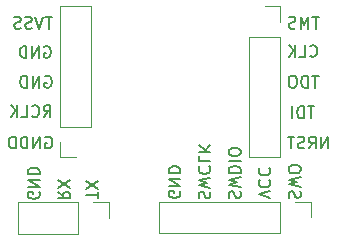
<source format=gbr>
%TF.GenerationSoftware,KiCad,Pcbnew,7.0.8-7.0.8~ubuntu22.04.1*%
%TF.CreationDate,2023-10-13T21:40:15+02:00*%
%TF.ProjectId,st_adap,73745f61-6461-4702-9e6b-696361645f70,rev?*%
%TF.SameCoordinates,Original*%
%TF.FileFunction,Legend,Bot*%
%TF.FilePolarity,Positive*%
%FSLAX46Y46*%
G04 Gerber Fmt 4.6, Leading zero omitted, Abs format (unit mm)*
G04 Created by KiCad (PCBNEW 7.0.8-7.0.8~ubuntu22.04.1) date 2023-10-13 21:40:15*
%MOMM*%
%LPD*%
G01*
G04 APERTURE LIST*
%ADD10C,0.153000*%
%ADD11C,0.120000*%
G04 APERTURE END LIST*
D10*
X213002956Y-112933866D02*
X212955336Y-112791009D01*
X212955336Y-112791009D02*
X212955336Y-112552914D01*
X212955336Y-112552914D02*
X213002956Y-112457676D01*
X213002956Y-112457676D02*
X213050575Y-112410057D01*
X213050575Y-112410057D02*
X213145813Y-112362438D01*
X213145813Y-112362438D02*
X213241051Y-112362438D01*
X213241051Y-112362438D02*
X213336289Y-112410057D01*
X213336289Y-112410057D02*
X213383908Y-112457676D01*
X213383908Y-112457676D02*
X213431527Y-112552914D01*
X213431527Y-112552914D02*
X213479146Y-112743390D01*
X213479146Y-112743390D02*
X213526765Y-112838628D01*
X213526765Y-112838628D02*
X213574384Y-112886247D01*
X213574384Y-112886247D02*
X213669622Y-112933866D01*
X213669622Y-112933866D02*
X213764860Y-112933866D01*
X213764860Y-112933866D02*
X213860098Y-112886247D01*
X213860098Y-112886247D02*
X213907717Y-112838628D01*
X213907717Y-112838628D02*
X213955336Y-112743390D01*
X213955336Y-112743390D02*
X213955336Y-112505295D01*
X213955336Y-112505295D02*
X213907717Y-112362438D01*
X213955336Y-112029104D02*
X212955336Y-111791009D01*
X212955336Y-111791009D02*
X213669622Y-111600533D01*
X213669622Y-111600533D02*
X212955336Y-111410057D01*
X212955336Y-111410057D02*
X213955336Y-111171962D01*
X212955336Y-110791009D02*
X213955336Y-110791009D01*
X213955336Y-110791009D02*
X213955336Y-110552914D01*
X213955336Y-110552914D02*
X213907717Y-110410057D01*
X213907717Y-110410057D02*
X213812479Y-110314819D01*
X213812479Y-110314819D02*
X213717241Y-110267200D01*
X213717241Y-110267200D02*
X213526765Y-110219581D01*
X213526765Y-110219581D02*
X213383908Y-110219581D01*
X213383908Y-110219581D02*
X213193432Y-110267200D01*
X213193432Y-110267200D02*
X213098194Y-110314819D01*
X213098194Y-110314819D02*
X213002956Y-110410057D01*
X213002956Y-110410057D02*
X212955336Y-110552914D01*
X212955336Y-110552914D02*
X212955336Y-110791009D01*
X212955336Y-109791009D02*
X213955336Y-109791009D01*
X213955336Y-109124343D02*
X213955336Y-108933867D01*
X213955336Y-108933867D02*
X213907717Y-108838629D01*
X213907717Y-108838629D02*
X213812479Y-108743391D01*
X213812479Y-108743391D02*
X213622003Y-108695772D01*
X213622003Y-108695772D02*
X213288670Y-108695772D01*
X213288670Y-108695772D02*
X213098194Y-108743391D01*
X213098194Y-108743391D02*
X213002956Y-108838629D01*
X213002956Y-108838629D02*
X212955336Y-108933867D01*
X212955336Y-108933867D02*
X212955336Y-109124343D01*
X212955336Y-109124343D02*
X213002956Y-109219581D01*
X213002956Y-109219581D02*
X213098194Y-109314819D01*
X213098194Y-109314819D02*
X213288670Y-109362438D01*
X213288670Y-109362438D02*
X213622003Y-109362438D01*
X213622003Y-109362438D02*
X213812479Y-109314819D01*
X213812479Y-109314819D02*
X213907717Y-109219581D01*
X213907717Y-109219581D02*
X213955336Y-109124343D01*
X197437438Y-107767282D02*
X197532676Y-107719663D01*
X197532676Y-107719663D02*
X197675533Y-107719663D01*
X197675533Y-107719663D02*
X197818390Y-107767282D01*
X197818390Y-107767282D02*
X197913628Y-107862520D01*
X197913628Y-107862520D02*
X197961247Y-107957758D01*
X197961247Y-107957758D02*
X198008866Y-108148234D01*
X198008866Y-108148234D02*
X198008866Y-108291091D01*
X198008866Y-108291091D02*
X197961247Y-108481567D01*
X197961247Y-108481567D02*
X197913628Y-108576805D01*
X197913628Y-108576805D02*
X197818390Y-108672044D01*
X197818390Y-108672044D02*
X197675533Y-108719663D01*
X197675533Y-108719663D02*
X197580295Y-108719663D01*
X197580295Y-108719663D02*
X197437438Y-108672044D01*
X197437438Y-108672044D02*
X197389819Y-108624424D01*
X197389819Y-108624424D02*
X197389819Y-108291091D01*
X197389819Y-108291091D02*
X197580295Y-108291091D01*
X196961247Y-108719663D02*
X196961247Y-107719663D01*
X196961247Y-107719663D02*
X196389819Y-108719663D01*
X196389819Y-108719663D02*
X196389819Y-107719663D01*
X195913628Y-108719663D02*
X195913628Y-107719663D01*
X195913628Y-107719663D02*
X195675533Y-107719663D01*
X195675533Y-107719663D02*
X195532676Y-107767282D01*
X195532676Y-107767282D02*
X195437438Y-107862520D01*
X195437438Y-107862520D02*
X195389819Y-107957758D01*
X195389819Y-107957758D02*
X195342200Y-108148234D01*
X195342200Y-108148234D02*
X195342200Y-108291091D01*
X195342200Y-108291091D02*
X195389819Y-108481567D01*
X195389819Y-108481567D02*
X195437438Y-108576805D01*
X195437438Y-108576805D02*
X195532676Y-108672044D01*
X195532676Y-108672044D02*
X195675533Y-108719663D01*
X195675533Y-108719663D02*
X195913628Y-108719663D01*
X194913628Y-108719663D02*
X194913628Y-107719663D01*
X194913628Y-107719663D02*
X194675533Y-107719663D01*
X194675533Y-107719663D02*
X194532676Y-107767282D01*
X194532676Y-107767282D02*
X194437438Y-107862520D01*
X194437438Y-107862520D02*
X194389819Y-107957758D01*
X194389819Y-107957758D02*
X194342200Y-108148234D01*
X194342200Y-108148234D02*
X194342200Y-108291091D01*
X194342200Y-108291091D02*
X194389819Y-108481567D01*
X194389819Y-108481567D02*
X194437438Y-108576805D01*
X194437438Y-108576805D02*
X194532676Y-108672044D01*
X194532676Y-108672044D02*
X194675533Y-108719663D01*
X194675533Y-108719663D02*
X194913628Y-108719663D01*
X220204104Y-105169663D02*
X219632676Y-105169663D01*
X219918390Y-106169663D02*
X219918390Y-105169663D01*
X219299342Y-106169663D02*
X219299342Y-105169663D01*
X219299342Y-105169663D02*
X219061247Y-105169663D01*
X219061247Y-105169663D02*
X218918390Y-105217282D01*
X218918390Y-105217282D02*
X218823152Y-105312520D01*
X218823152Y-105312520D02*
X218775533Y-105407758D01*
X218775533Y-105407758D02*
X218727914Y-105598234D01*
X218727914Y-105598234D02*
X218727914Y-105741091D01*
X218727914Y-105741091D02*
X218775533Y-105931567D01*
X218775533Y-105931567D02*
X218823152Y-106026805D01*
X218823152Y-106026805D02*
X218918390Y-106122044D01*
X218918390Y-106122044D02*
X219061247Y-106169663D01*
X219061247Y-106169663D02*
X219299342Y-106169663D01*
X218299342Y-106169663D02*
X218299342Y-105169663D01*
X198480336Y-112389819D02*
X198956527Y-112723152D01*
X198480336Y-112961247D02*
X199480336Y-112961247D01*
X199480336Y-112961247D02*
X199480336Y-112580295D01*
X199480336Y-112580295D02*
X199432717Y-112485057D01*
X199432717Y-112485057D02*
X199385098Y-112437438D01*
X199385098Y-112437438D02*
X199289860Y-112389819D01*
X199289860Y-112389819D02*
X199147003Y-112389819D01*
X199147003Y-112389819D02*
X199051765Y-112437438D01*
X199051765Y-112437438D02*
X199004146Y-112485057D01*
X199004146Y-112485057D02*
X198956527Y-112580295D01*
X198956527Y-112580295D02*
X198956527Y-112961247D01*
X199480336Y-112056485D02*
X198480336Y-111389819D01*
X199480336Y-111389819D02*
X198480336Y-112056485D01*
X216480336Y-112954104D02*
X215480336Y-112620771D01*
X215480336Y-112620771D02*
X216480336Y-112287438D01*
X215575575Y-111382676D02*
X215527956Y-111430295D01*
X215527956Y-111430295D02*
X215480336Y-111573152D01*
X215480336Y-111573152D02*
X215480336Y-111668390D01*
X215480336Y-111668390D02*
X215527956Y-111811247D01*
X215527956Y-111811247D02*
X215623194Y-111906485D01*
X215623194Y-111906485D02*
X215718432Y-111954104D01*
X215718432Y-111954104D02*
X215908908Y-112001723D01*
X215908908Y-112001723D02*
X216051765Y-112001723D01*
X216051765Y-112001723D02*
X216242241Y-111954104D01*
X216242241Y-111954104D02*
X216337479Y-111906485D01*
X216337479Y-111906485D02*
X216432717Y-111811247D01*
X216432717Y-111811247D02*
X216480336Y-111668390D01*
X216480336Y-111668390D02*
X216480336Y-111573152D01*
X216480336Y-111573152D02*
X216432717Y-111430295D01*
X216432717Y-111430295D02*
X216385098Y-111382676D01*
X215575575Y-110382676D02*
X215527956Y-110430295D01*
X215527956Y-110430295D02*
X215480336Y-110573152D01*
X215480336Y-110573152D02*
X215480336Y-110668390D01*
X215480336Y-110668390D02*
X215527956Y-110811247D01*
X215527956Y-110811247D02*
X215623194Y-110906485D01*
X215623194Y-110906485D02*
X215718432Y-110954104D01*
X215718432Y-110954104D02*
X215908908Y-111001723D01*
X215908908Y-111001723D02*
X216051765Y-111001723D01*
X216051765Y-111001723D02*
X216242241Y-110954104D01*
X216242241Y-110954104D02*
X216337479Y-110906485D01*
X216337479Y-110906485D02*
X216432717Y-110811247D01*
X216432717Y-110811247D02*
X216480336Y-110668390D01*
X216480336Y-110668390D02*
X216480336Y-110573152D01*
X216480336Y-110573152D02*
X216432717Y-110430295D01*
X216432717Y-110430295D02*
X216385098Y-110382676D01*
X220604104Y-97569663D02*
X220032676Y-97569663D01*
X220318390Y-98569663D02*
X220318390Y-97569663D01*
X219699342Y-98569663D02*
X219699342Y-97569663D01*
X219699342Y-97569663D02*
X219366009Y-98283948D01*
X219366009Y-98283948D02*
X219032676Y-97569663D01*
X219032676Y-97569663D02*
X219032676Y-98569663D01*
X218604104Y-98522044D02*
X218461247Y-98569663D01*
X218461247Y-98569663D02*
X218223152Y-98569663D01*
X218223152Y-98569663D02*
X218127914Y-98522044D01*
X218127914Y-98522044D02*
X218080295Y-98474424D01*
X218080295Y-98474424D02*
X218032676Y-98379186D01*
X218032676Y-98379186D02*
X218032676Y-98283948D01*
X218032676Y-98283948D02*
X218080295Y-98188710D01*
X218080295Y-98188710D02*
X218127914Y-98141091D01*
X218127914Y-98141091D02*
X218223152Y-98093472D01*
X218223152Y-98093472D02*
X218413628Y-98045853D01*
X218413628Y-98045853D02*
X218508866Y-97998234D01*
X218508866Y-97998234D02*
X218556485Y-97950615D01*
X218556485Y-97950615D02*
X218604104Y-97855377D01*
X218604104Y-97855377D02*
X218604104Y-97760139D01*
X218604104Y-97760139D02*
X218556485Y-97664901D01*
X218556485Y-97664901D02*
X218508866Y-97617282D01*
X218508866Y-97617282D02*
X218413628Y-97569663D01*
X218413628Y-97569663D02*
X218175533Y-97569663D01*
X218175533Y-97569663D02*
X218032676Y-97617282D01*
X198004104Y-97569663D02*
X197432676Y-97569663D01*
X197718390Y-98569663D02*
X197718390Y-97569663D01*
X197242199Y-97569663D02*
X196908866Y-98569663D01*
X196908866Y-98569663D02*
X196575533Y-97569663D01*
X196289818Y-98522044D02*
X196146961Y-98569663D01*
X196146961Y-98569663D02*
X195908866Y-98569663D01*
X195908866Y-98569663D02*
X195813628Y-98522044D01*
X195813628Y-98522044D02*
X195766009Y-98474424D01*
X195766009Y-98474424D02*
X195718390Y-98379186D01*
X195718390Y-98379186D02*
X195718390Y-98283948D01*
X195718390Y-98283948D02*
X195766009Y-98188710D01*
X195766009Y-98188710D02*
X195813628Y-98141091D01*
X195813628Y-98141091D02*
X195908866Y-98093472D01*
X195908866Y-98093472D02*
X196099342Y-98045853D01*
X196099342Y-98045853D02*
X196194580Y-97998234D01*
X196194580Y-97998234D02*
X196242199Y-97950615D01*
X196242199Y-97950615D02*
X196289818Y-97855377D01*
X196289818Y-97855377D02*
X196289818Y-97760139D01*
X196289818Y-97760139D02*
X196242199Y-97664901D01*
X196242199Y-97664901D02*
X196194580Y-97617282D01*
X196194580Y-97617282D02*
X196099342Y-97569663D01*
X196099342Y-97569663D02*
X195861247Y-97569663D01*
X195861247Y-97569663D02*
X195718390Y-97617282D01*
X195337437Y-98522044D02*
X195194580Y-98569663D01*
X195194580Y-98569663D02*
X194956485Y-98569663D01*
X194956485Y-98569663D02*
X194861247Y-98522044D01*
X194861247Y-98522044D02*
X194813628Y-98474424D01*
X194813628Y-98474424D02*
X194766009Y-98379186D01*
X194766009Y-98379186D02*
X194766009Y-98283948D01*
X194766009Y-98283948D02*
X194813628Y-98188710D01*
X194813628Y-98188710D02*
X194861247Y-98141091D01*
X194861247Y-98141091D02*
X194956485Y-98093472D01*
X194956485Y-98093472D02*
X195146961Y-98045853D01*
X195146961Y-98045853D02*
X195242199Y-97998234D01*
X195242199Y-97998234D02*
X195289818Y-97950615D01*
X195289818Y-97950615D02*
X195337437Y-97855377D01*
X195337437Y-97855377D02*
X195337437Y-97760139D01*
X195337437Y-97760139D02*
X195289818Y-97664901D01*
X195289818Y-97664901D02*
X195242199Y-97617282D01*
X195242199Y-97617282D02*
X195146961Y-97569663D01*
X195146961Y-97569663D02*
X194908866Y-97569663D01*
X194908866Y-97569663D02*
X194766009Y-97617282D01*
X197337438Y-100117282D02*
X197432676Y-100069663D01*
X197432676Y-100069663D02*
X197575533Y-100069663D01*
X197575533Y-100069663D02*
X197718390Y-100117282D01*
X197718390Y-100117282D02*
X197813628Y-100212520D01*
X197813628Y-100212520D02*
X197861247Y-100307758D01*
X197861247Y-100307758D02*
X197908866Y-100498234D01*
X197908866Y-100498234D02*
X197908866Y-100641091D01*
X197908866Y-100641091D02*
X197861247Y-100831567D01*
X197861247Y-100831567D02*
X197813628Y-100926805D01*
X197813628Y-100926805D02*
X197718390Y-101022044D01*
X197718390Y-101022044D02*
X197575533Y-101069663D01*
X197575533Y-101069663D02*
X197480295Y-101069663D01*
X197480295Y-101069663D02*
X197337438Y-101022044D01*
X197337438Y-101022044D02*
X197289819Y-100974424D01*
X197289819Y-100974424D02*
X197289819Y-100641091D01*
X197289819Y-100641091D02*
X197480295Y-100641091D01*
X196861247Y-101069663D02*
X196861247Y-100069663D01*
X196861247Y-100069663D02*
X196289819Y-101069663D01*
X196289819Y-101069663D02*
X196289819Y-100069663D01*
X195813628Y-101069663D02*
X195813628Y-100069663D01*
X195813628Y-100069663D02*
X195575533Y-100069663D01*
X195575533Y-100069663D02*
X195432676Y-100117282D01*
X195432676Y-100117282D02*
X195337438Y-100212520D01*
X195337438Y-100212520D02*
X195289819Y-100307758D01*
X195289819Y-100307758D02*
X195242200Y-100498234D01*
X195242200Y-100498234D02*
X195242200Y-100641091D01*
X195242200Y-100641091D02*
X195289819Y-100831567D01*
X195289819Y-100831567D02*
X195337438Y-100926805D01*
X195337438Y-100926805D02*
X195432676Y-101022044D01*
X195432676Y-101022044D02*
X195575533Y-101069663D01*
X195575533Y-101069663D02*
X195813628Y-101069663D01*
X208807717Y-112337438D02*
X208855336Y-112432676D01*
X208855336Y-112432676D02*
X208855336Y-112575533D01*
X208855336Y-112575533D02*
X208807717Y-112718390D01*
X208807717Y-112718390D02*
X208712479Y-112813628D01*
X208712479Y-112813628D02*
X208617241Y-112861247D01*
X208617241Y-112861247D02*
X208426765Y-112908866D01*
X208426765Y-112908866D02*
X208283908Y-112908866D01*
X208283908Y-112908866D02*
X208093432Y-112861247D01*
X208093432Y-112861247D02*
X207998194Y-112813628D01*
X207998194Y-112813628D02*
X207902956Y-112718390D01*
X207902956Y-112718390D02*
X207855336Y-112575533D01*
X207855336Y-112575533D02*
X207855336Y-112480295D01*
X207855336Y-112480295D02*
X207902956Y-112337438D01*
X207902956Y-112337438D02*
X207950575Y-112289819D01*
X207950575Y-112289819D02*
X208283908Y-112289819D01*
X208283908Y-112289819D02*
X208283908Y-112480295D01*
X207855336Y-111861247D02*
X208855336Y-111861247D01*
X208855336Y-111861247D02*
X207855336Y-111289819D01*
X207855336Y-111289819D02*
X208855336Y-111289819D01*
X207855336Y-110813628D02*
X208855336Y-110813628D01*
X208855336Y-110813628D02*
X208855336Y-110575533D01*
X208855336Y-110575533D02*
X208807717Y-110432676D01*
X208807717Y-110432676D02*
X208712479Y-110337438D01*
X208712479Y-110337438D02*
X208617241Y-110289819D01*
X208617241Y-110289819D02*
X208426765Y-110242200D01*
X208426765Y-110242200D02*
X208283908Y-110242200D01*
X208283908Y-110242200D02*
X208093432Y-110289819D01*
X208093432Y-110289819D02*
X207998194Y-110337438D01*
X207998194Y-110337438D02*
X207902956Y-110432676D01*
X207902956Y-110432676D02*
X207855336Y-110575533D01*
X207855336Y-110575533D02*
X207855336Y-110813628D01*
X197387438Y-102617282D02*
X197482676Y-102569663D01*
X197482676Y-102569663D02*
X197625533Y-102569663D01*
X197625533Y-102569663D02*
X197768390Y-102617282D01*
X197768390Y-102617282D02*
X197863628Y-102712520D01*
X197863628Y-102712520D02*
X197911247Y-102807758D01*
X197911247Y-102807758D02*
X197958866Y-102998234D01*
X197958866Y-102998234D02*
X197958866Y-103141091D01*
X197958866Y-103141091D02*
X197911247Y-103331567D01*
X197911247Y-103331567D02*
X197863628Y-103426805D01*
X197863628Y-103426805D02*
X197768390Y-103522044D01*
X197768390Y-103522044D02*
X197625533Y-103569663D01*
X197625533Y-103569663D02*
X197530295Y-103569663D01*
X197530295Y-103569663D02*
X197387438Y-103522044D01*
X197387438Y-103522044D02*
X197339819Y-103474424D01*
X197339819Y-103474424D02*
X197339819Y-103141091D01*
X197339819Y-103141091D02*
X197530295Y-103141091D01*
X196911247Y-103569663D02*
X196911247Y-102569663D01*
X196911247Y-102569663D02*
X196339819Y-103569663D01*
X196339819Y-103569663D02*
X196339819Y-102569663D01*
X195863628Y-103569663D02*
X195863628Y-102569663D01*
X195863628Y-102569663D02*
X195625533Y-102569663D01*
X195625533Y-102569663D02*
X195482676Y-102617282D01*
X195482676Y-102617282D02*
X195387438Y-102712520D01*
X195387438Y-102712520D02*
X195339819Y-102807758D01*
X195339819Y-102807758D02*
X195292200Y-102998234D01*
X195292200Y-102998234D02*
X195292200Y-103141091D01*
X195292200Y-103141091D02*
X195339819Y-103331567D01*
X195339819Y-103331567D02*
X195387438Y-103426805D01*
X195387438Y-103426805D02*
X195482676Y-103522044D01*
X195482676Y-103522044D02*
X195625533Y-103569663D01*
X195625533Y-103569663D02*
X195863628Y-103569663D01*
X218077956Y-112908866D02*
X218030336Y-112766009D01*
X218030336Y-112766009D02*
X218030336Y-112527914D01*
X218030336Y-112527914D02*
X218077956Y-112432676D01*
X218077956Y-112432676D02*
X218125575Y-112385057D01*
X218125575Y-112385057D02*
X218220813Y-112337438D01*
X218220813Y-112337438D02*
X218316051Y-112337438D01*
X218316051Y-112337438D02*
X218411289Y-112385057D01*
X218411289Y-112385057D02*
X218458908Y-112432676D01*
X218458908Y-112432676D02*
X218506527Y-112527914D01*
X218506527Y-112527914D02*
X218554146Y-112718390D01*
X218554146Y-112718390D02*
X218601765Y-112813628D01*
X218601765Y-112813628D02*
X218649384Y-112861247D01*
X218649384Y-112861247D02*
X218744622Y-112908866D01*
X218744622Y-112908866D02*
X218839860Y-112908866D01*
X218839860Y-112908866D02*
X218935098Y-112861247D01*
X218935098Y-112861247D02*
X218982717Y-112813628D01*
X218982717Y-112813628D02*
X219030336Y-112718390D01*
X219030336Y-112718390D02*
X219030336Y-112480295D01*
X219030336Y-112480295D02*
X218982717Y-112337438D01*
X219030336Y-112004104D02*
X218030336Y-111766009D01*
X218030336Y-111766009D02*
X218744622Y-111575533D01*
X218744622Y-111575533D02*
X218030336Y-111385057D01*
X218030336Y-111385057D02*
X219030336Y-111146962D01*
X219030336Y-110575533D02*
X219030336Y-110385057D01*
X219030336Y-110385057D02*
X218982717Y-110289819D01*
X218982717Y-110289819D02*
X218887479Y-110194581D01*
X218887479Y-110194581D02*
X218697003Y-110146962D01*
X218697003Y-110146962D02*
X218363670Y-110146962D01*
X218363670Y-110146962D02*
X218173194Y-110194581D01*
X218173194Y-110194581D02*
X218077956Y-110289819D01*
X218077956Y-110289819D02*
X218030336Y-110385057D01*
X218030336Y-110385057D02*
X218030336Y-110575533D01*
X218030336Y-110575533D02*
X218077956Y-110670771D01*
X218077956Y-110670771D02*
X218173194Y-110766009D01*
X218173194Y-110766009D02*
X218363670Y-110813628D01*
X218363670Y-110813628D02*
X218697003Y-110813628D01*
X218697003Y-110813628D02*
X218887479Y-110766009D01*
X218887479Y-110766009D02*
X218982717Y-110670771D01*
X218982717Y-110670771D02*
X219030336Y-110575533D01*
X201880336Y-112954104D02*
X201880336Y-112382676D01*
X200880336Y-112668390D02*
X201880336Y-112668390D01*
X201880336Y-112144580D02*
X200880336Y-111477914D01*
X201880336Y-111477914D02*
X200880336Y-112144580D01*
X221361247Y-108719663D02*
X221361247Y-107719663D01*
X221361247Y-107719663D02*
X220789819Y-108719663D01*
X220789819Y-108719663D02*
X220789819Y-107719663D01*
X219742200Y-108719663D02*
X220075533Y-108243472D01*
X220313628Y-108719663D02*
X220313628Y-107719663D01*
X220313628Y-107719663D02*
X219932676Y-107719663D01*
X219932676Y-107719663D02*
X219837438Y-107767282D01*
X219837438Y-107767282D02*
X219789819Y-107814901D01*
X219789819Y-107814901D02*
X219742200Y-107910139D01*
X219742200Y-107910139D02*
X219742200Y-108052996D01*
X219742200Y-108052996D02*
X219789819Y-108148234D01*
X219789819Y-108148234D02*
X219837438Y-108195853D01*
X219837438Y-108195853D02*
X219932676Y-108243472D01*
X219932676Y-108243472D02*
X220313628Y-108243472D01*
X219361247Y-108672044D02*
X219218390Y-108719663D01*
X219218390Y-108719663D02*
X218980295Y-108719663D01*
X218980295Y-108719663D02*
X218885057Y-108672044D01*
X218885057Y-108672044D02*
X218837438Y-108624424D01*
X218837438Y-108624424D02*
X218789819Y-108529186D01*
X218789819Y-108529186D02*
X218789819Y-108433948D01*
X218789819Y-108433948D02*
X218837438Y-108338710D01*
X218837438Y-108338710D02*
X218885057Y-108291091D01*
X218885057Y-108291091D02*
X218980295Y-108243472D01*
X218980295Y-108243472D02*
X219170771Y-108195853D01*
X219170771Y-108195853D02*
X219266009Y-108148234D01*
X219266009Y-108148234D02*
X219313628Y-108100615D01*
X219313628Y-108100615D02*
X219361247Y-108005377D01*
X219361247Y-108005377D02*
X219361247Y-107910139D01*
X219361247Y-107910139D02*
X219313628Y-107814901D01*
X219313628Y-107814901D02*
X219266009Y-107767282D01*
X219266009Y-107767282D02*
X219170771Y-107719663D01*
X219170771Y-107719663D02*
X218932676Y-107719663D01*
X218932676Y-107719663D02*
X218789819Y-107767282D01*
X218504104Y-107719663D02*
X217932676Y-107719663D01*
X218218390Y-108719663D02*
X218218390Y-107719663D01*
X219839819Y-100874424D02*
X219887438Y-100922044D01*
X219887438Y-100922044D02*
X220030295Y-100969663D01*
X220030295Y-100969663D02*
X220125533Y-100969663D01*
X220125533Y-100969663D02*
X220268390Y-100922044D01*
X220268390Y-100922044D02*
X220363628Y-100826805D01*
X220363628Y-100826805D02*
X220411247Y-100731567D01*
X220411247Y-100731567D02*
X220458866Y-100541091D01*
X220458866Y-100541091D02*
X220458866Y-100398234D01*
X220458866Y-100398234D02*
X220411247Y-100207758D01*
X220411247Y-100207758D02*
X220363628Y-100112520D01*
X220363628Y-100112520D02*
X220268390Y-100017282D01*
X220268390Y-100017282D02*
X220125533Y-99969663D01*
X220125533Y-99969663D02*
X220030295Y-99969663D01*
X220030295Y-99969663D02*
X219887438Y-100017282D01*
X219887438Y-100017282D02*
X219839819Y-100064901D01*
X218935057Y-100969663D02*
X219411247Y-100969663D01*
X219411247Y-100969663D02*
X219411247Y-99969663D01*
X218601723Y-100969663D02*
X218601723Y-99969663D01*
X218030295Y-100969663D02*
X218458866Y-100398234D01*
X218030295Y-99969663D02*
X218601723Y-100541091D01*
X196882717Y-112437438D02*
X196930336Y-112532676D01*
X196930336Y-112532676D02*
X196930336Y-112675533D01*
X196930336Y-112675533D02*
X196882717Y-112818390D01*
X196882717Y-112818390D02*
X196787479Y-112913628D01*
X196787479Y-112913628D02*
X196692241Y-112961247D01*
X196692241Y-112961247D02*
X196501765Y-113008866D01*
X196501765Y-113008866D02*
X196358908Y-113008866D01*
X196358908Y-113008866D02*
X196168432Y-112961247D01*
X196168432Y-112961247D02*
X196073194Y-112913628D01*
X196073194Y-112913628D02*
X195977956Y-112818390D01*
X195977956Y-112818390D02*
X195930336Y-112675533D01*
X195930336Y-112675533D02*
X195930336Y-112580295D01*
X195930336Y-112580295D02*
X195977956Y-112437438D01*
X195977956Y-112437438D02*
X196025575Y-112389819D01*
X196025575Y-112389819D02*
X196358908Y-112389819D01*
X196358908Y-112389819D02*
X196358908Y-112580295D01*
X195930336Y-111961247D02*
X196930336Y-111961247D01*
X196930336Y-111961247D02*
X195930336Y-111389819D01*
X195930336Y-111389819D02*
X196930336Y-111389819D01*
X195930336Y-110913628D02*
X196930336Y-110913628D01*
X196930336Y-110913628D02*
X196930336Y-110675533D01*
X196930336Y-110675533D02*
X196882717Y-110532676D01*
X196882717Y-110532676D02*
X196787479Y-110437438D01*
X196787479Y-110437438D02*
X196692241Y-110389819D01*
X196692241Y-110389819D02*
X196501765Y-110342200D01*
X196501765Y-110342200D02*
X196358908Y-110342200D01*
X196358908Y-110342200D02*
X196168432Y-110389819D01*
X196168432Y-110389819D02*
X196073194Y-110437438D01*
X196073194Y-110437438D02*
X195977956Y-110532676D01*
X195977956Y-110532676D02*
X195930336Y-110675533D01*
X195930336Y-110675533D02*
X195930336Y-110913628D01*
X197289819Y-106069663D02*
X197623152Y-105593472D01*
X197861247Y-106069663D02*
X197861247Y-105069663D01*
X197861247Y-105069663D02*
X197480295Y-105069663D01*
X197480295Y-105069663D02*
X197385057Y-105117282D01*
X197385057Y-105117282D02*
X197337438Y-105164901D01*
X197337438Y-105164901D02*
X197289819Y-105260139D01*
X197289819Y-105260139D02*
X197289819Y-105402996D01*
X197289819Y-105402996D02*
X197337438Y-105498234D01*
X197337438Y-105498234D02*
X197385057Y-105545853D01*
X197385057Y-105545853D02*
X197480295Y-105593472D01*
X197480295Y-105593472D02*
X197861247Y-105593472D01*
X196289819Y-105974424D02*
X196337438Y-106022044D01*
X196337438Y-106022044D02*
X196480295Y-106069663D01*
X196480295Y-106069663D02*
X196575533Y-106069663D01*
X196575533Y-106069663D02*
X196718390Y-106022044D01*
X196718390Y-106022044D02*
X196813628Y-105926805D01*
X196813628Y-105926805D02*
X196861247Y-105831567D01*
X196861247Y-105831567D02*
X196908866Y-105641091D01*
X196908866Y-105641091D02*
X196908866Y-105498234D01*
X196908866Y-105498234D02*
X196861247Y-105307758D01*
X196861247Y-105307758D02*
X196813628Y-105212520D01*
X196813628Y-105212520D02*
X196718390Y-105117282D01*
X196718390Y-105117282D02*
X196575533Y-105069663D01*
X196575533Y-105069663D02*
X196480295Y-105069663D01*
X196480295Y-105069663D02*
X196337438Y-105117282D01*
X196337438Y-105117282D02*
X196289819Y-105164901D01*
X195385057Y-106069663D02*
X195861247Y-106069663D01*
X195861247Y-106069663D02*
X195861247Y-105069663D01*
X195051723Y-106069663D02*
X195051723Y-105069663D01*
X194480295Y-106069663D02*
X194908866Y-105498234D01*
X194480295Y-105069663D02*
X195051723Y-105641091D01*
X220554104Y-102569663D02*
X219982676Y-102569663D01*
X220268390Y-103569663D02*
X220268390Y-102569663D01*
X219649342Y-103569663D02*
X219649342Y-102569663D01*
X219649342Y-102569663D02*
X219411247Y-102569663D01*
X219411247Y-102569663D02*
X219268390Y-102617282D01*
X219268390Y-102617282D02*
X219173152Y-102712520D01*
X219173152Y-102712520D02*
X219125533Y-102807758D01*
X219125533Y-102807758D02*
X219077914Y-102998234D01*
X219077914Y-102998234D02*
X219077914Y-103141091D01*
X219077914Y-103141091D02*
X219125533Y-103331567D01*
X219125533Y-103331567D02*
X219173152Y-103426805D01*
X219173152Y-103426805D02*
X219268390Y-103522044D01*
X219268390Y-103522044D02*
X219411247Y-103569663D01*
X219411247Y-103569663D02*
X219649342Y-103569663D01*
X218458866Y-102569663D02*
X218268390Y-102569663D01*
X218268390Y-102569663D02*
X218173152Y-102617282D01*
X218173152Y-102617282D02*
X218077914Y-102712520D01*
X218077914Y-102712520D02*
X218030295Y-102902996D01*
X218030295Y-102902996D02*
X218030295Y-103236329D01*
X218030295Y-103236329D02*
X218077914Y-103426805D01*
X218077914Y-103426805D02*
X218173152Y-103522044D01*
X218173152Y-103522044D02*
X218268390Y-103569663D01*
X218268390Y-103569663D02*
X218458866Y-103569663D01*
X218458866Y-103569663D02*
X218554104Y-103522044D01*
X218554104Y-103522044D02*
X218649342Y-103426805D01*
X218649342Y-103426805D02*
X218696961Y-103236329D01*
X218696961Y-103236329D02*
X218696961Y-102902996D01*
X218696961Y-102902996D02*
X218649342Y-102712520D01*
X218649342Y-102712520D02*
X218554104Y-102617282D01*
X218554104Y-102617282D02*
X218458866Y-102569663D01*
X210452956Y-112958866D02*
X210405336Y-112816009D01*
X210405336Y-112816009D02*
X210405336Y-112577914D01*
X210405336Y-112577914D02*
X210452956Y-112482676D01*
X210452956Y-112482676D02*
X210500575Y-112435057D01*
X210500575Y-112435057D02*
X210595813Y-112387438D01*
X210595813Y-112387438D02*
X210691051Y-112387438D01*
X210691051Y-112387438D02*
X210786289Y-112435057D01*
X210786289Y-112435057D02*
X210833908Y-112482676D01*
X210833908Y-112482676D02*
X210881527Y-112577914D01*
X210881527Y-112577914D02*
X210929146Y-112768390D01*
X210929146Y-112768390D02*
X210976765Y-112863628D01*
X210976765Y-112863628D02*
X211024384Y-112911247D01*
X211024384Y-112911247D02*
X211119622Y-112958866D01*
X211119622Y-112958866D02*
X211214860Y-112958866D01*
X211214860Y-112958866D02*
X211310098Y-112911247D01*
X211310098Y-112911247D02*
X211357717Y-112863628D01*
X211357717Y-112863628D02*
X211405336Y-112768390D01*
X211405336Y-112768390D02*
X211405336Y-112530295D01*
X211405336Y-112530295D02*
X211357717Y-112387438D01*
X211405336Y-112054104D02*
X210405336Y-111816009D01*
X210405336Y-111816009D02*
X211119622Y-111625533D01*
X211119622Y-111625533D02*
X210405336Y-111435057D01*
X210405336Y-111435057D02*
X211405336Y-111196962D01*
X210500575Y-110244581D02*
X210452956Y-110292200D01*
X210452956Y-110292200D02*
X210405336Y-110435057D01*
X210405336Y-110435057D02*
X210405336Y-110530295D01*
X210405336Y-110530295D02*
X210452956Y-110673152D01*
X210452956Y-110673152D02*
X210548194Y-110768390D01*
X210548194Y-110768390D02*
X210643432Y-110816009D01*
X210643432Y-110816009D02*
X210833908Y-110863628D01*
X210833908Y-110863628D02*
X210976765Y-110863628D01*
X210976765Y-110863628D02*
X211167241Y-110816009D01*
X211167241Y-110816009D02*
X211262479Y-110768390D01*
X211262479Y-110768390D02*
X211357717Y-110673152D01*
X211357717Y-110673152D02*
X211405336Y-110530295D01*
X211405336Y-110530295D02*
X211405336Y-110435057D01*
X211405336Y-110435057D02*
X211357717Y-110292200D01*
X211357717Y-110292200D02*
X211310098Y-110244581D01*
X210405336Y-109339819D02*
X210405336Y-109816009D01*
X210405336Y-109816009D02*
X211405336Y-109816009D01*
X210405336Y-109006485D02*
X211405336Y-109006485D01*
X210405336Y-108435057D02*
X210976765Y-108863628D01*
X211405336Y-108435057D02*
X210833908Y-109006485D01*
D11*
%TO.C,J5*%
X195070000Y-115930000D02*
X195070000Y-113270000D01*
X200210000Y-115930000D02*
X195070000Y-115930000D01*
X200210000Y-115930000D02*
X200210000Y-113270000D01*
X202810000Y-114600000D02*
X202810000Y-113270000D01*
X200210000Y-113270000D02*
X195070000Y-113270000D01*
X202810000Y-113270000D02*
X201480000Y-113270000D01*
%TO.C,J2*%
X217330000Y-109490000D02*
X214670000Y-109490000D01*
X217330000Y-99270000D02*
X217330000Y-109490000D01*
X217330000Y-99270000D02*
X214670000Y-99270000D01*
X217330000Y-98000000D02*
X217330000Y-96670000D01*
X217330000Y-96670000D02*
X216000000Y-96670000D01*
X214670000Y-99270000D02*
X214670000Y-109490000D01*
%TO.C,J4*%
X207060000Y-115880000D02*
X207060000Y-113220000D01*
X217280000Y-115880000D02*
X207060000Y-115880000D01*
X217280000Y-115880000D02*
X217280000Y-113220000D01*
X219880000Y-114550000D02*
X219880000Y-113220000D01*
X217280000Y-113220000D02*
X207060000Y-113220000D01*
X219880000Y-113220000D02*
X218550000Y-113220000D01*
%TO.C,J3*%
X198670000Y-96670000D02*
X201330000Y-96670000D01*
X198670000Y-106890000D02*
X198670000Y-96670000D01*
X198670000Y-106890000D02*
X201330000Y-106890000D01*
X198670000Y-108160000D02*
X198670000Y-109490000D01*
X198670000Y-109490000D02*
X200000000Y-109490000D01*
X201330000Y-106890000D02*
X201330000Y-96670000D01*
%TD*%
M02*

</source>
